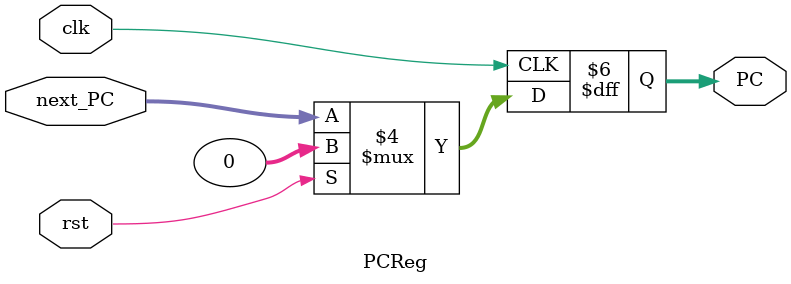
<source format=sv>
module PCReg #(
    parameter   D_WIDTH = 32
)(
    input  logic               clk,
    input  logic               rst,
    input  logic [D_WIDTH-1:0] next_PC,
    output logic [D_WIDTH-1:0] PC
);

// Clocked Register with Reset
always_ff @(posedge clk)
    if (rst) PC <= 32'b0;
    else     PC <= next_PC; 

// Displays PC on terminal
always_comb begin  
    $display("\n\n\n");
    $display("Program Counter: ",PC);
end

endmodule

</source>
